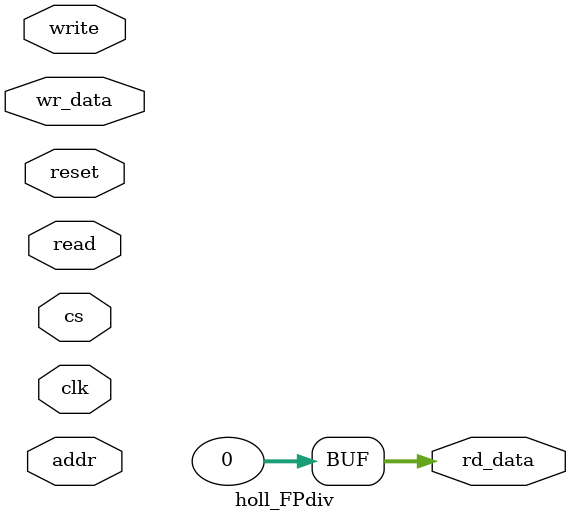
<source format=sv>
`timescale 1ns / 1ps

module holl_FPdiv(
    input  logic clk,
    input  logic reset,
    // slot interface
    input  logic cs,
    input  logic read,
    input  logic write,
    input  logic [4:0] addr,
    input  logic [31:0] wr_data,
    output logic [31:0] rd_data
    );
    // signal declaration
//reg wr_A0, wr_A1, read_Up, read_Low; 
//logic [31:0] Multiplicand0, Multiplicand1;
//logic [63:0] rd_data_reg, Prod;//, ProdSave;
  
  
//control FPmult_32(.inp1(Multiplicand0), .inp2(Multiplicand1), .overflow(Prod[63]), .underflow(Prod[32]), .out(Prod[31:0]));
  
      
//// body
//   always_ff @(posedge clk)
//    begin
//         rd_data_reg = Prod;
//       if (wr_A0)
//            Multiplicand0 = wr_data;
//       if (wr_A1)
//            Multiplicand1 = wr_data;
//    end 
       
////decoding

//   assign wr_A0 = write & cs & addr[0];
//   assign wr_A1 = write & cs & addr[1];
//   assign read_Up = read & cs & addr[2];

   assign rd_data[31:0] = 0; //(read_Up) ? rd_data_reg[63:32] : rd_data_reg[31:0];   
    
endmodule

</source>
